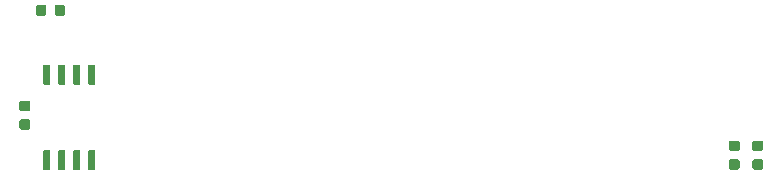
<source format=gtp>
G04 #@! TF.GenerationSoftware,KiCad,Pcbnew,(5.1.4-0)*
G04 #@! TF.CreationDate,2019-11-08T19:26:01-06:00*
G04 #@! TF.ProjectId,cartprotoboardmini,63617274-7072-46f7-946f-626f6172646d,rev?*
G04 #@! TF.SameCoordinates,Original*
G04 #@! TF.FileFunction,Paste,Top*
G04 #@! TF.FilePolarity,Positive*
%FSLAX46Y46*%
G04 Gerber Fmt 4.6, Leading zero omitted, Abs format (unit mm)*
G04 Created by KiCad (PCBNEW (5.1.4-0)) date 2019-11-08 19:26:01*
%MOMM*%
%LPD*%
G04 APERTURE LIST*
%ADD10C,0.100000*%
%ADD11C,0.875000*%
%ADD12C,0.600000*%
G04 APERTURE END LIST*
D10*
G36*
X103719191Y-78964053D02*
G01*
X103740426Y-78967203D01*
X103761250Y-78972419D01*
X103781462Y-78979651D01*
X103800868Y-78988830D01*
X103819281Y-78999866D01*
X103836524Y-79012654D01*
X103852430Y-79027070D01*
X103866846Y-79042976D01*
X103879634Y-79060219D01*
X103890670Y-79078632D01*
X103899849Y-79098038D01*
X103907081Y-79118250D01*
X103912297Y-79139074D01*
X103915447Y-79160309D01*
X103916500Y-79181750D01*
X103916500Y-79619250D01*
X103915447Y-79640691D01*
X103912297Y-79661926D01*
X103907081Y-79682750D01*
X103899849Y-79702962D01*
X103890670Y-79722368D01*
X103879634Y-79740781D01*
X103866846Y-79758024D01*
X103852430Y-79773930D01*
X103836524Y-79788346D01*
X103819281Y-79801134D01*
X103800868Y-79812170D01*
X103781462Y-79821349D01*
X103761250Y-79828581D01*
X103740426Y-79833797D01*
X103719191Y-79836947D01*
X103697750Y-79838000D01*
X103185250Y-79838000D01*
X103163809Y-79836947D01*
X103142574Y-79833797D01*
X103121750Y-79828581D01*
X103101538Y-79821349D01*
X103082132Y-79812170D01*
X103063719Y-79801134D01*
X103046476Y-79788346D01*
X103030570Y-79773930D01*
X103016154Y-79758024D01*
X103003366Y-79740781D01*
X102992330Y-79722368D01*
X102983151Y-79702962D01*
X102975919Y-79682750D01*
X102970703Y-79661926D01*
X102967553Y-79640691D01*
X102966500Y-79619250D01*
X102966500Y-79181750D01*
X102967553Y-79160309D01*
X102970703Y-79139074D01*
X102975919Y-79118250D01*
X102983151Y-79098038D01*
X102992330Y-79078632D01*
X103003366Y-79060219D01*
X103016154Y-79042976D01*
X103030570Y-79027070D01*
X103046476Y-79012654D01*
X103063719Y-78999866D01*
X103082132Y-78988830D01*
X103101538Y-78979651D01*
X103121750Y-78972419D01*
X103142574Y-78967203D01*
X103163809Y-78964053D01*
X103185250Y-78963000D01*
X103697750Y-78963000D01*
X103719191Y-78964053D01*
X103719191Y-78964053D01*
G37*
D11*
X103441500Y-79400500D03*
D10*
G36*
X103719191Y-77389053D02*
G01*
X103740426Y-77392203D01*
X103761250Y-77397419D01*
X103781462Y-77404651D01*
X103800868Y-77413830D01*
X103819281Y-77424866D01*
X103836524Y-77437654D01*
X103852430Y-77452070D01*
X103866846Y-77467976D01*
X103879634Y-77485219D01*
X103890670Y-77503632D01*
X103899849Y-77523038D01*
X103907081Y-77543250D01*
X103912297Y-77564074D01*
X103915447Y-77585309D01*
X103916500Y-77606750D01*
X103916500Y-78044250D01*
X103915447Y-78065691D01*
X103912297Y-78086926D01*
X103907081Y-78107750D01*
X103899849Y-78127962D01*
X103890670Y-78147368D01*
X103879634Y-78165781D01*
X103866846Y-78183024D01*
X103852430Y-78198930D01*
X103836524Y-78213346D01*
X103819281Y-78226134D01*
X103800868Y-78237170D01*
X103781462Y-78246349D01*
X103761250Y-78253581D01*
X103740426Y-78258797D01*
X103719191Y-78261947D01*
X103697750Y-78263000D01*
X103185250Y-78263000D01*
X103163809Y-78261947D01*
X103142574Y-78258797D01*
X103121750Y-78253581D01*
X103101538Y-78246349D01*
X103082132Y-78237170D01*
X103063719Y-78226134D01*
X103046476Y-78213346D01*
X103030570Y-78198930D01*
X103016154Y-78183024D01*
X103003366Y-78165781D01*
X102992330Y-78147368D01*
X102983151Y-78127962D01*
X102975919Y-78107750D01*
X102970703Y-78086926D01*
X102967553Y-78065691D01*
X102966500Y-78044250D01*
X102966500Y-77606750D01*
X102967553Y-77585309D01*
X102970703Y-77564074D01*
X102975919Y-77543250D01*
X102983151Y-77523038D01*
X102992330Y-77503632D01*
X103003366Y-77485219D01*
X103016154Y-77467976D01*
X103030570Y-77452070D01*
X103046476Y-77437654D01*
X103063719Y-77424866D01*
X103082132Y-77413830D01*
X103101538Y-77404651D01*
X103121750Y-77397419D01*
X103142574Y-77392203D01*
X103163809Y-77389053D01*
X103185250Y-77388000D01*
X103697750Y-77388000D01*
X103719191Y-77389053D01*
X103719191Y-77389053D01*
G37*
D11*
X103441500Y-77825500D03*
D10*
G36*
X105062691Y-69256053D02*
G01*
X105083926Y-69259203D01*
X105104750Y-69264419D01*
X105124962Y-69271651D01*
X105144368Y-69280830D01*
X105162781Y-69291866D01*
X105180024Y-69304654D01*
X105195930Y-69319070D01*
X105210346Y-69334976D01*
X105223134Y-69352219D01*
X105234170Y-69370632D01*
X105243349Y-69390038D01*
X105250581Y-69410250D01*
X105255797Y-69431074D01*
X105258947Y-69452309D01*
X105260000Y-69473750D01*
X105260000Y-69986250D01*
X105258947Y-70007691D01*
X105255797Y-70028926D01*
X105250581Y-70049750D01*
X105243349Y-70069962D01*
X105234170Y-70089368D01*
X105223134Y-70107781D01*
X105210346Y-70125024D01*
X105195930Y-70140930D01*
X105180024Y-70155346D01*
X105162781Y-70168134D01*
X105144368Y-70179170D01*
X105124962Y-70188349D01*
X105104750Y-70195581D01*
X105083926Y-70200797D01*
X105062691Y-70203947D01*
X105041250Y-70205000D01*
X104603750Y-70205000D01*
X104582309Y-70203947D01*
X104561074Y-70200797D01*
X104540250Y-70195581D01*
X104520038Y-70188349D01*
X104500632Y-70179170D01*
X104482219Y-70168134D01*
X104464976Y-70155346D01*
X104449070Y-70140930D01*
X104434654Y-70125024D01*
X104421866Y-70107781D01*
X104410830Y-70089368D01*
X104401651Y-70069962D01*
X104394419Y-70049750D01*
X104389203Y-70028926D01*
X104386053Y-70007691D01*
X104385000Y-69986250D01*
X104385000Y-69473750D01*
X104386053Y-69452309D01*
X104389203Y-69431074D01*
X104394419Y-69410250D01*
X104401651Y-69390038D01*
X104410830Y-69370632D01*
X104421866Y-69352219D01*
X104434654Y-69334976D01*
X104449070Y-69319070D01*
X104464976Y-69304654D01*
X104482219Y-69291866D01*
X104500632Y-69280830D01*
X104520038Y-69271651D01*
X104540250Y-69264419D01*
X104561074Y-69259203D01*
X104582309Y-69256053D01*
X104603750Y-69255000D01*
X105041250Y-69255000D01*
X105062691Y-69256053D01*
X105062691Y-69256053D01*
G37*
D11*
X104822500Y-69730000D03*
D10*
G36*
X106637691Y-69256053D02*
G01*
X106658926Y-69259203D01*
X106679750Y-69264419D01*
X106699962Y-69271651D01*
X106719368Y-69280830D01*
X106737781Y-69291866D01*
X106755024Y-69304654D01*
X106770930Y-69319070D01*
X106785346Y-69334976D01*
X106798134Y-69352219D01*
X106809170Y-69370632D01*
X106818349Y-69390038D01*
X106825581Y-69410250D01*
X106830797Y-69431074D01*
X106833947Y-69452309D01*
X106835000Y-69473750D01*
X106835000Y-69986250D01*
X106833947Y-70007691D01*
X106830797Y-70028926D01*
X106825581Y-70049750D01*
X106818349Y-70069962D01*
X106809170Y-70089368D01*
X106798134Y-70107781D01*
X106785346Y-70125024D01*
X106770930Y-70140930D01*
X106755024Y-70155346D01*
X106737781Y-70168134D01*
X106719368Y-70179170D01*
X106699962Y-70188349D01*
X106679750Y-70195581D01*
X106658926Y-70200797D01*
X106637691Y-70203947D01*
X106616250Y-70205000D01*
X106178750Y-70205000D01*
X106157309Y-70203947D01*
X106136074Y-70200797D01*
X106115250Y-70195581D01*
X106095038Y-70188349D01*
X106075632Y-70179170D01*
X106057219Y-70168134D01*
X106039976Y-70155346D01*
X106024070Y-70140930D01*
X106009654Y-70125024D01*
X105996866Y-70107781D01*
X105985830Y-70089368D01*
X105976651Y-70069962D01*
X105969419Y-70049750D01*
X105964203Y-70028926D01*
X105961053Y-70007691D01*
X105960000Y-69986250D01*
X105960000Y-69473750D01*
X105961053Y-69452309D01*
X105964203Y-69431074D01*
X105969419Y-69410250D01*
X105976651Y-69390038D01*
X105985830Y-69370632D01*
X105996866Y-69352219D01*
X106009654Y-69334976D01*
X106024070Y-69319070D01*
X106039976Y-69304654D01*
X106057219Y-69291866D01*
X106075632Y-69280830D01*
X106095038Y-69271651D01*
X106115250Y-69264419D01*
X106136074Y-69259203D01*
X106157309Y-69256053D01*
X106178750Y-69255000D01*
X106616250Y-69255000D01*
X106637691Y-69256053D01*
X106637691Y-69256053D01*
G37*
D11*
X106397500Y-69730000D03*
D10*
G36*
X163777691Y-80776053D02*
G01*
X163798926Y-80779203D01*
X163819750Y-80784419D01*
X163839962Y-80791651D01*
X163859368Y-80800830D01*
X163877781Y-80811866D01*
X163895024Y-80824654D01*
X163910930Y-80839070D01*
X163925346Y-80854976D01*
X163938134Y-80872219D01*
X163949170Y-80890632D01*
X163958349Y-80910038D01*
X163965581Y-80930250D01*
X163970797Y-80951074D01*
X163973947Y-80972309D01*
X163975000Y-80993750D01*
X163975000Y-81431250D01*
X163973947Y-81452691D01*
X163970797Y-81473926D01*
X163965581Y-81494750D01*
X163958349Y-81514962D01*
X163949170Y-81534368D01*
X163938134Y-81552781D01*
X163925346Y-81570024D01*
X163910930Y-81585930D01*
X163895024Y-81600346D01*
X163877781Y-81613134D01*
X163859368Y-81624170D01*
X163839962Y-81633349D01*
X163819750Y-81640581D01*
X163798926Y-81645797D01*
X163777691Y-81648947D01*
X163756250Y-81650000D01*
X163243750Y-81650000D01*
X163222309Y-81648947D01*
X163201074Y-81645797D01*
X163180250Y-81640581D01*
X163160038Y-81633349D01*
X163140632Y-81624170D01*
X163122219Y-81613134D01*
X163104976Y-81600346D01*
X163089070Y-81585930D01*
X163074654Y-81570024D01*
X163061866Y-81552781D01*
X163050830Y-81534368D01*
X163041651Y-81514962D01*
X163034419Y-81494750D01*
X163029203Y-81473926D01*
X163026053Y-81452691D01*
X163025000Y-81431250D01*
X163025000Y-80993750D01*
X163026053Y-80972309D01*
X163029203Y-80951074D01*
X163034419Y-80930250D01*
X163041651Y-80910038D01*
X163050830Y-80890632D01*
X163061866Y-80872219D01*
X163074654Y-80854976D01*
X163089070Y-80839070D01*
X163104976Y-80824654D01*
X163122219Y-80811866D01*
X163140632Y-80800830D01*
X163160038Y-80791651D01*
X163180250Y-80784419D01*
X163201074Y-80779203D01*
X163222309Y-80776053D01*
X163243750Y-80775000D01*
X163756250Y-80775000D01*
X163777691Y-80776053D01*
X163777691Y-80776053D01*
G37*
D11*
X163500000Y-81212500D03*
D10*
G36*
X163777691Y-82351053D02*
G01*
X163798926Y-82354203D01*
X163819750Y-82359419D01*
X163839962Y-82366651D01*
X163859368Y-82375830D01*
X163877781Y-82386866D01*
X163895024Y-82399654D01*
X163910930Y-82414070D01*
X163925346Y-82429976D01*
X163938134Y-82447219D01*
X163949170Y-82465632D01*
X163958349Y-82485038D01*
X163965581Y-82505250D01*
X163970797Y-82526074D01*
X163973947Y-82547309D01*
X163975000Y-82568750D01*
X163975000Y-83006250D01*
X163973947Y-83027691D01*
X163970797Y-83048926D01*
X163965581Y-83069750D01*
X163958349Y-83089962D01*
X163949170Y-83109368D01*
X163938134Y-83127781D01*
X163925346Y-83145024D01*
X163910930Y-83160930D01*
X163895024Y-83175346D01*
X163877781Y-83188134D01*
X163859368Y-83199170D01*
X163839962Y-83208349D01*
X163819750Y-83215581D01*
X163798926Y-83220797D01*
X163777691Y-83223947D01*
X163756250Y-83225000D01*
X163243750Y-83225000D01*
X163222309Y-83223947D01*
X163201074Y-83220797D01*
X163180250Y-83215581D01*
X163160038Y-83208349D01*
X163140632Y-83199170D01*
X163122219Y-83188134D01*
X163104976Y-83175346D01*
X163089070Y-83160930D01*
X163074654Y-83145024D01*
X163061866Y-83127781D01*
X163050830Y-83109368D01*
X163041651Y-83089962D01*
X163034419Y-83069750D01*
X163029203Y-83048926D01*
X163026053Y-83027691D01*
X163025000Y-83006250D01*
X163025000Y-82568750D01*
X163026053Y-82547309D01*
X163029203Y-82526074D01*
X163034419Y-82505250D01*
X163041651Y-82485038D01*
X163050830Y-82465632D01*
X163061866Y-82447219D01*
X163074654Y-82429976D01*
X163089070Y-82414070D01*
X163104976Y-82399654D01*
X163122219Y-82386866D01*
X163140632Y-82375830D01*
X163160038Y-82366651D01*
X163180250Y-82359419D01*
X163201074Y-82354203D01*
X163222309Y-82351053D01*
X163243750Y-82350000D01*
X163756250Y-82350000D01*
X163777691Y-82351053D01*
X163777691Y-82351053D01*
G37*
D11*
X163500000Y-82787500D03*
D10*
G36*
X105459703Y-74325722D02*
G01*
X105474264Y-74327882D01*
X105488543Y-74331459D01*
X105502403Y-74336418D01*
X105515710Y-74342712D01*
X105528336Y-74350280D01*
X105540159Y-74359048D01*
X105551066Y-74368934D01*
X105560952Y-74379841D01*
X105569720Y-74391664D01*
X105577288Y-74404290D01*
X105583582Y-74417597D01*
X105588541Y-74431457D01*
X105592118Y-74445736D01*
X105594278Y-74460297D01*
X105595000Y-74475000D01*
X105595000Y-75900000D01*
X105594278Y-75914703D01*
X105592118Y-75929264D01*
X105588541Y-75943543D01*
X105583582Y-75957403D01*
X105577288Y-75970710D01*
X105569720Y-75983336D01*
X105560952Y-75995159D01*
X105551066Y-76006066D01*
X105540159Y-76015952D01*
X105528336Y-76024720D01*
X105515710Y-76032288D01*
X105502403Y-76038582D01*
X105488543Y-76043541D01*
X105474264Y-76047118D01*
X105459703Y-76049278D01*
X105445000Y-76050000D01*
X105145000Y-76050000D01*
X105130297Y-76049278D01*
X105115736Y-76047118D01*
X105101457Y-76043541D01*
X105087597Y-76038582D01*
X105074290Y-76032288D01*
X105061664Y-76024720D01*
X105049841Y-76015952D01*
X105038934Y-76006066D01*
X105029048Y-75995159D01*
X105020280Y-75983336D01*
X105012712Y-75970710D01*
X105006418Y-75957403D01*
X105001459Y-75943543D01*
X104997882Y-75929264D01*
X104995722Y-75914703D01*
X104995000Y-75900000D01*
X104995000Y-74475000D01*
X104995722Y-74460297D01*
X104997882Y-74445736D01*
X105001459Y-74431457D01*
X105006418Y-74417597D01*
X105012712Y-74404290D01*
X105020280Y-74391664D01*
X105029048Y-74379841D01*
X105038934Y-74368934D01*
X105049841Y-74359048D01*
X105061664Y-74350280D01*
X105074290Y-74342712D01*
X105087597Y-74336418D01*
X105101457Y-74331459D01*
X105115736Y-74327882D01*
X105130297Y-74325722D01*
X105145000Y-74325000D01*
X105445000Y-74325000D01*
X105459703Y-74325722D01*
X105459703Y-74325722D01*
G37*
D12*
X105295000Y-75187500D03*
D10*
G36*
X106729703Y-74325722D02*
G01*
X106744264Y-74327882D01*
X106758543Y-74331459D01*
X106772403Y-74336418D01*
X106785710Y-74342712D01*
X106798336Y-74350280D01*
X106810159Y-74359048D01*
X106821066Y-74368934D01*
X106830952Y-74379841D01*
X106839720Y-74391664D01*
X106847288Y-74404290D01*
X106853582Y-74417597D01*
X106858541Y-74431457D01*
X106862118Y-74445736D01*
X106864278Y-74460297D01*
X106865000Y-74475000D01*
X106865000Y-75900000D01*
X106864278Y-75914703D01*
X106862118Y-75929264D01*
X106858541Y-75943543D01*
X106853582Y-75957403D01*
X106847288Y-75970710D01*
X106839720Y-75983336D01*
X106830952Y-75995159D01*
X106821066Y-76006066D01*
X106810159Y-76015952D01*
X106798336Y-76024720D01*
X106785710Y-76032288D01*
X106772403Y-76038582D01*
X106758543Y-76043541D01*
X106744264Y-76047118D01*
X106729703Y-76049278D01*
X106715000Y-76050000D01*
X106415000Y-76050000D01*
X106400297Y-76049278D01*
X106385736Y-76047118D01*
X106371457Y-76043541D01*
X106357597Y-76038582D01*
X106344290Y-76032288D01*
X106331664Y-76024720D01*
X106319841Y-76015952D01*
X106308934Y-76006066D01*
X106299048Y-75995159D01*
X106290280Y-75983336D01*
X106282712Y-75970710D01*
X106276418Y-75957403D01*
X106271459Y-75943543D01*
X106267882Y-75929264D01*
X106265722Y-75914703D01*
X106265000Y-75900000D01*
X106265000Y-74475000D01*
X106265722Y-74460297D01*
X106267882Y-74445736D01*
X106271459Y-74431457D01*
X106276418Y-74417597D01*
X106282712Y-74404290D01*
X106290280Y-74391664D01*
X106299048Y-74379841D01*
X106308934Y-74368934D01*
X106319841Y-74359048D01*
X106331664Y-74350280D01*
X106344290Y-74342712D01*
X106357597Y-74336418D01*
X106371457Y-74331459D01*
X106385736Y-74327882D01*
X106400297Y-74325722D01*
X106415000Y-74325000D01*
X106715000Y-74325000D01*
X106729703Y-74325722D01*
X106729703Y-74325722D01*
G37*
D12*
X106565000Y-75187500D03*
D10*
G36*
X107999703Y-74325722D02*
G01*
X108014264Y-74327882D01*
X108028543Y-74331459D01*
X108042403Y-74336418D01*
X108055710Y-74342712D01*
X108068336Y-74350280D01*
X108080159Y-74359048D01*
X108091066Y-74368934D01*
X108100952Y-74379841D01*
X108109720Y-74391664D01*
X108117288Y-74404290D01*
X108123582Y-74417597D01*
X108128541Y-74431457D01*
X108132118Y-74445736D01*
X108134278Y-74460297D01*
X108135000Y-74475000D01*
X108135000Y-75900000D01*
X108134278Y-75914703D01*
X108132118Y-75929264D01*
X108128541Y-75943543D01*
X108123582Y-75957403D01*
X108117288Y-75970710D01*
X108109720Y-75983336D01*
X108100952Y-75995159D01*
X108091066Y-76006066D01*
X108080159Y-76015952D01*
X108068336Y-76024720D01*
X108055710Y-76032288D01*
X108042403Y-76038582D01*
X108028543Y-76043541D01*
X108014264Y-76047118D01*
X107999703Y-76049278D01*
X107985000Y-76050000D01*
X107685000Y-76050000D01*
X107670297Y-76049278D01*
X107655736Y-76047118D01*
X107641457Y-76043541D01*
X107627597Y-76038582D01*
X107614290Y-76032288D01*
X107601664Y-76024720D01*
X107589841Y-76015952D01*
X107578934Y-76006066D01*
X107569048Y-75995159D01*
X107560280Y-75983336D01*
X107552712Y-75970710D01*
X107546418Y-75957403D01*
X107541459Y-75943543D01*
X107537882Y-75929264D01*
X107535722Y-75914703D01*
X107535000Y-75900000D01*
X107535000Y-74475000D01*
X107535722Y-74460297D01*
X107537882Y-74445736D01*
X107541459Y-74431457D01*
X107546418Y-74417597D01*
X107552712Y-74404290D01*
X107560280Y-74391664D01*
X107569048Y-74379841D01*
X107578934Y-74368934D01*
X107589841Y-74359048D01*
X107601664Y-74350280D01*
X107614290Y-74342712D01*
X107627597Y-74336418D01*
X107641457Y-74331459D01*
X107655736Y-74327882D01*
X107670297Y-74325722D01*
X107685000Y-74325000D01*
X107985000Y-74325000D01*
X107999703Y-74325722D01*
X107999703Y-74325722D01*
G37*
D12*
X107835000Y-75187500D03*
D10*
G36*
X109269703Y-74325722D02*
G01*
X109284264Y-74327882D01*
X109298543Y-74331459D01*
X109312403Y-74336418D01*
X109325710Y-74342712D01*
X109338336Y-74350280D01*
X109350159Y-74359048D01*
X109361066Y-74368934D01*
X109370952Y-74379841D01*
X109379720Y-74391664D01*
X109387288Y-74404290D01*
X109393582Y-74417597D01*
X109398541Y-74431457D01*
X109402118Y-74445736D01*
X109404278Y-74460297D01*
X109405000Y-74475000D01*
X109405000Y-75900000D01*
X109404278Y-75914703D01*
X109402118Y-75929264D01*
X109398541Y-75943543D01*
X109393582Y-75957403D01*
X109387288Y-75970710D01*
X109379720Y-75983336D01*
X109370952Y-75995159D01*
X109361066Y-76006066D01*
X109350159Y-76015952D01*
X109338336Y-76024720D01*
X109325710Y-76032288D01*
X109312403Y-76038582D01*
X109298543Y-76043541D01*
X109284264Y-76047118D01*
X109269703Y-76049278D01*
X109255000Y-76050000D01*
X108955000Y-76050000D01*
X108940297Y-76049278D01*
X108925736Y-76047118D01*
X108911457Y-76043541D01*
X108897597Y-76038582D01*
X108884290Y-76032288D01*
X108871664Y-76024720D01*
X108859841Y-76015952D01*
X108848934Y-76006066D01*
X108839048Y-75995159D01*
X108830280Y-75983336D01*
X108822712Y-75970710D01*
X108816418Y-75957403D01*
X108811459Y-75943543D01*
X108807882Y-75929264D01*
X108805722Y-75914703D01*
X108805000Y-75900000D01*
X108805000Y-74475000D01*
X108805722Y-74460297D01*
X108807882Y-74445736D01*
X108811459Y-74431457D01*
X108816418Y-74417597D01*
X108822712Y-74404290D01*
X108830280Y-74391664D01*
X108839048Y-74379841D01*
X108848934Y-74368934D01*
X108859841Y-74359048D01*
X108871664Y-74350280D01*
X108884290Y-74342712D01*
X108897597Y-74336418D01*
X108911457Y-74331459D01*
X108925736Y-74327882D01*
X108940297Y-74325722D01*
X108955000Y-74325000D01*
X109255000Y-74325000D01*
X109269703Y-74325722D01*
X109269703Y-74325722D01*
G37*
D12*
X109105000Y-75187500D03*
D10*
G36*
X109269703Y-81550722D02*
G01*
X109284264Y-81552882D01*
X109298543Y-81556459D01*
X109312403Y-81561418D01*
X109325710Y-81567712D01*
X109338336Y-81575280D01*
X109350159Y-81584048D01*
X109361066Y-81593934D01*
X109370952Y-81604841D01*
X109379720Y-81616664D01*
X109387288Y-81629290D01*
X109393582Y-81642597D01*
X109398541Y-81656457D01*
X109402118Y-81670736D01*
X109404278Y-81685297D01*
X109405000Y-81700000D01*
X109405000Y-83125000D01*
X109404278Y-83139703D01*
X109402118Y-83154264D01*
X109398541Y-83168543D01*
X109393582Y-83182403D01*
X109387288Y-83195710D01*
X109379720Y-83208336D01*
X109370952Y-83220159D01*
X109361066Y-83231066D01*
X109350159Y-83240952D01*
X109338336Y-83249720D01*
X109325710Y-83257288D01*
X109312403Y-83263582D01*
X109298543Y-83268541D01*
X109284264Y-83272118D01*
X109269703Y-83274278D01*
X109255000Y-83275000D01*
X108955000Y-83275000D01*
X108940297Y-83274278D01*
X108925736Y-83272118D01*
X108911457Y-83268541D01*
X108897597Y-83263582D01*
X108884290Y-83257288D01*
X108871664Y-83249720D01*
X108859841Y-83240952D01*
X108848934Y-83231066D01*
X108839048Y-83220159D01*
X108830280Y-83208336D01*
X108822712Y-83195710D01*
X108816418Y-83182403D01*
X108811459Y-83168543D01*
X108807882Y-83154264D01*
X108805722Y-83139703D01*
X108805000Y-83125000D01*
X108805000Y-81700000D01*
X108805722Y-81685297D01*
X108807882Y-81670736D01*
X108811459Y-81656457D01*
X108816418Y-81642597D01*
X108822712Y-81629290D01*
X108830280Y-81616664D01*
X108839048Y-81604841D01*
X108848934Y-81593934D01*
X108859841Y-81584048D01*
X108871664Y-81575280D01*
X108884290Y-81567712D01*
X108897597Y-81561418D01*
X108911457Y-81556459D01*
X108925736Y-81552882D01*
X108940297Y-81550722D01*
X108955000Y-81550000D01*
X109255000Y-81550000D01*
X109269703Y-81550722D01*
X109269703Y-81550722D01*
G37*
D12*
X109105000Y-82412500D03*
D10*
G36*
X107999703Y-81550722D02*
G01*
X108014264Y-81552882D01*
X108028543Y-81556459D01*
X108042403Y-81561418D01*
X108055710Y-81567712D01*
X108068336Y-81575280D01*
X108080159Y-81584048D01*
X108091066Y-81593934D01*
X108100952Y-81604841D01*
X108109720Y-81616664D01*
X108117288Y-81629290D01*
X108123582Y-81642597D01*
X108128541Y-81656457D01*
X108132118Y-81670736D01*
X108134278Y-81685297D01*
X108135000Y-81700000D01*
X108135000Y-83125000D01*
X108134278Y-83139703D01*
X108132118Y-83154264D01*
X108128541Y-83168543D01*
X108123582Y-83182403D01*
X108117288Y-83195710D01*
X108109720Y-83208336D01*
X108100952Y-83220159D01*
X108091066Y-83231066D01*
X108080159Y-83240952D01*
X108068336Y-83249720D01*
X108055710Y-83257288D01*
X108042403Y-83263582D01*
X108028543Y-83268541D01*
X108014264Y-83272118D01*
X107999703Y-83274278D01*
X107985000Y-83275000D01*
X107685000Y-83275000D01*
X107670297Y-83274278D01*
X107655736Y-83272118D01*
X107641457Y-83268541D01*
X107627597Y-83263582D01*
X107614290Y-83257288D01*
X107601664Y-83249720D01*
X107589841Y-83240952D01*
X107578934Y-83231066D01*
X107569048Y-83220159D01*
X107560280Y-83208336D01*
X107552712Y-83195710D01*
X107546418Y-83182403D01*
X107541459Y-83168543D01*
X107537882Y-83154264D01*
X107535722Y-83139703D01*
X107535000Y-83125000D01*
X107535000Y-81700000D01*
X107535722Y-81685297D01*
X107537882Y-81670736D01*
X107541459Y-81656457D01*
X107546418Y-81642597D01*
X107552712Y-81629290D01*
X107560280Y-81616664D01*
X107569048Y-81604841D01*
X107578934Y-81593934D01*
X107589841Y-81584048D01*
X107601664Y-81575280D01*
X107614290Y-81567712D01*
X107627597Y-81561418D01*
X107641457Y-81556459D01*
X107655736Y-81552882D01*
X107670297Y-81550722D01*
X107685000Y-81550000D01*
X107985000Y-81550000D01*
X107999703Y-81550722D01*
X107999703Y-81550722D01*
G37*
D12*
X107835000Y-82412500D03*
D10*
G36*
X106729703Y-81550722D02*
G01*
X106744264Y-81552882D01*
X106758543Y-81556459D01*
X106772403Y-81561418D01*
X106785710Y-81567712D01*
X106798336Y-81575280D01*
X106810159Y-81584048D01*
X106821066Y-81593934D01*
X106830952Y-81604841D01*
X106839720Y-81616664D01*
X106847288Y-81629290D01*
X106853582Y-81642597D01*
X106858541Y-81656457D01*
X106862118Y-81670736D01*
X106864278Y-81685297D01*
X106865000Y-81700000D01*
X106865000Y-83125000D01*
X106864278Y-83139703D01*
X106862118Y-83154264D01*
X106858541Y-83168543D01*
X106853582Y-83182403D01*
X106847288Y-83195710D01*
X106839720Y-83208336D01*
X106830952Y-83220159D01*
X106821066Y-83231066D01*
X106810159Y-83240952D01*
X106798336Y-83249720D01*
X106785710Y-83257288D01*
X106772403Y-83263582D01*
X106758543Y-83268541D01*
X106744264Y-83272118D01*
X106729703Y-83274278D01*
X106715000Y-83275000D01*
X106415000Y-83275000D01*
X106400297Y-83274278D01*
X106385736Y-83272118D01*
X106371457Y-83268541D01*
X106357597Y-83263582D01*
X106344290Y-83257288D01*
X106331664Y-83249720D01*
X106319841Y-83240952D01*
X106308934Y-83231066D01*
X106299048Y-83220159D01*
X106290280Y-83208336D01*
X106282712Y-83195710D01*
X106276418Y-83182403D01*
X106271459Y-83168543D01*
X106267882Y-83154264D01*
X106265722Y-83139703D01*
X106265000Y-83125000D01*
X106265000Y-81700000D01*
X106265722Y-81685297D01*
X106267882Y-81670736D01*
X106271459Y-81656457D01*
X106276418Y-81642597D01*
X106282712Y-81629290D01*
X106290280Y-81616664D01*
X106299048Y-81604841D01*
X106308934Y-81593934D01*
X106319841Y-81584048D01*
X106331664Y-81575280D01*
X106344290Y-81567712D01*
X106357597Y-81561418D01*
X106371457Y-81556459D01*
X106385736Y-81552882D01*
X106400297Y-81550722D01*
X106415000Y-81550000D01*
X106715000Y-81550000D01*
X106729703Y-81550722D01*
X106729703Y-81550722D01*
G37*
D12*
X106565000Y-82412500D03*
D10*
G36*
X105459703Y-81550722D02*
G01*
X105474264Y-81552882D01*
X105488543Y-81556459D01*
X105502403Y-81561418D01*
X105515710Y-81567712D01*
X105528336Y-81575280D01*
X105540159Y-81584048D01*
X105551066Y-81593934D01*
X105560952Y-81604841D01*
X105569720Y-81616664D01*
X105577288Y-81629290D01*
X105583582Y-81642597D01*
X105588541Y-81656457D01*
X105592118Y-81670736D01*
X105594278Y-81685297D01*
X105595000Y-81700000D01*
X105595000Y-83125000D01*
X105594278Y-83139703D01*
X105592118Y-83154264D01*
X105588541Y-83168543D01*
X105583582Y-83182403D01*
X105577288Y-83195710D01*
X105569720Y-83208336D01*
X105560952Y-83220159D01*
X105551066Y-83231066D01*
X105540159Y-83240952D01*
X105528336Y-83249720D01*
X105515710Y-83257288D01*
X105502403Y-83263582D01*
X105488543Y-83268541D01*
X105474264Y-83272118D01*
X105459703Y-83274278D01*
X105445000Y-83275000D01*
X105145000Y-83275000D01*
X105130297Y-83274278D01*
X105115736Y-83272118D01*
X105101457Y-83268541D01*
X105087597Y-83263582D01*
X105074290Y-83257288D01*
X105061664Y-83249720D01*
X105049841Y-83240952D01*
X105038934Y-83231066D01*
X105029048Y-83220159D01*
X105020280Y-83208336D01*
X105012712Y-83195710D01*
X105006418Y-83182403D01*
X105001459Y-83168543D01*
X104997882Y-83154264D01*
X104995722Y-83139703D01*
X104995000Y-83125000D01*
X104995000Y-81700000D01*
X104995722Y-81685297D01*
X104997882Y-81670736D01*
X105001459Y-81656457D01*
X105006418Y-81642597D01*
X105012712Y-81629290D01*
X105020280Y-81616664D01*
X105029048Y-81604841D01*
X105038934Y-81593934D01*
X105049841Y-81584048D01*
X105061664Y-81575280D01*
X105074290Y-81567712D01*
X105087597Y-81561418D01*
X105101457Y-81556459D01*
X105115736Y-81552882D01*
X105130297Y-81550722D01*
X105145000Y-81550000D01*
X105445000Y-81550000D01*
X105459703Y-81550722D01*
X105459703Y-81550722D01*
G37*
D12*
X105295000Y-82412500D03*
D10*
G36*
X165777691Y-82351053D02*
G01*
X165798926Y-82354203D01*
X165819750Y-82359419D01*
X165839962Y-82366651D01*
X165859368Y-82375830D01*
X165877781Y-82386866D01*
X165895024Y-82399654D01*
X165910930Y-82414070D01*
X165925346Y-82429976D01*
X165938134Y-82447219D01*
X165949170Y-82465632D01*
X165958349Y-82485038D01*
X165965581Y-82505250D01*
X165970797Y-82526074D01*
X165973947Y-82547309D01*
X165975000Y-82568750D01*
X165975000Y-83006250D01*
X165973947Y-83027691D01*
X165970797Y-83048926D01*
X165965581Y-83069750D01*
X165958349Y-83089962D01*
X165949170Y-83109368D01*
X165938134Y-83127781D01*
X165925346Y-83145024D01*
X165910930Y-83160930D01*
X165895024Y-83175346D01*
X165877781Y-83188134D01*
X165859368Y-83199170D01*
X165839962Y-83208349D01*
X165819750Y-83215581D01*
X165798926Y-83220797D01*
X165777691Y-83223947D01*
X165756250Y-83225000D01*
X165243750Y-83225000D01*
X165222309Y-83223947D01*
X165201074Y-83220797D01*
X165180250Y-83215581D01*
X165160038Y-83208349D01*
X165140632Y-83199170D01*
X165122219Y-83188134D01*
X165104976Y-83175346D01*
X165089070Y-83160930D01*
X165074654Y-83145024D01*
X165061866Y-83127781D01*
X165050830Y-83109368D01*
X165041651Y-83089962D01*
X165034419Y-83069750D01*
X165029203Y-83048926D01*
X165026053Y-83027691D01*
X165025000Y-83006250D01*
X165025000Y-82568750D01*
X165026053Y-82547309D01*
X165029203Y-82526074D01*
X165034419Y-82505250D01*
X165041651Y-82485038D01*
X165050830Y-82465632D01*
X165061866Y-82447219D01*
X165074654Y-82429976D01*
X165089070Y-82414070D01*
X165104976Y-82399654D01*
X165122219Y-82386866D01*
X165140632Y-82375830D01*
X165160038Y-82366651D01*
X165180250Y-82359419D01*
X165201074Y-82354203D01*
X165222309Y-82351053D01*
X165243750Y-82350000D01*
X165756250Y-82350000D01*
X165777691Y-82351053D01*
X165777691Y-82351053D01*
G37*
D11*
X165500000Y-82787500D03*
D10*
G36*
X165777691Y-80776053D02*
G01*
X165798926Y-80779203D01*
X165819750Y-80784419D01*
X165839962Y-80791651D01*
X165859368Y-80800830D01*
X165877781Y-80811866D01*
X165895024Y-80824654D01*
X165910930Y-80839070D01*
X165925346Y-80854976D01*
X165938134Y-80872219D01*
X165949170Y-80890632D01*
X165958349Y-80910038D01*
X165965581Y-80930250D01*
X165970797Y-80951074D01*
X165973947Y-80972309D01*
X165975000Y-80993750D01*
X165975000Y-81431250D01*
X165973947Y-81452691D01*
X165970797Y-81473926D01*
X165965581Y-81494750D01*
X165958349Y-81514962D01*
X165949170Y-81534368D01*
X165938134Y-81552781D01*
X165925346Y-81570024D01*
X165910930Y-81585930D01*
X165895024Y-81600346D01*
X165877781Y-81613134D01*
X165859368Y-81624170D01*
X165839962Y-81633349D01*
X165819750Y-81640581D01*
X165798926Y-81645797D01*
X165777691Y-81648947D01*
X165756250Y-81650000D01*
X165243750Y-81650000D01*
X165222309Y-81648947D01*
X165201074Y-81645797D01*
X165180250Y-81640581D01*
X165160038Y-81633349D01*
X165140632Y-81624170D01*
X165122219Y-81613134D01*
X165104976Y-81600346D01*
X165089070Y-81585930D01*
X165074654Y-81570024D01*
X165061866Y-81552781D01*
X165050830Y-81534368D01*
X165041651Y-81514962D01*
X165034419Y-81494750D01*
X165029203Y-81473926D01*
X165026053Y-81452691D01*
X165025000Y-81431250D01*
X165025000Y-80993750D01*
X165026053Y-80972309D01*
X165029203Y-80951074D01*
X165034419Y-80930250D01*
X165041651Y-80910038D01*
X165050830Y-80890632D01*
X165061866Y-80872219D01*
X165074654Y-80854976D01*
X165089070Y-80839070D01*
X165104976Y-80824654D01*
X165122219Y-80811866D01*
X165140632Y-80800830D01*
X165160038Y-80791651D01*
X165180250Y-80784419D01*
X165201074Y-80779203D01*
X165222309Y-80776053D01*
X165243750Y-80775000D01*
X165756250Y-80775000D01*
X165777691Y-80776053D01*
X165777691Y-80776053D01*
G37*
D11*
X165500000Y-81212500D03*
M02*

</source>
